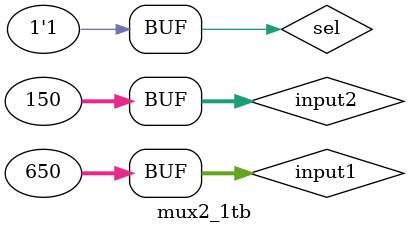
<source format=v>
module mux2_1tb;
reg[31:0] input1,input2;
reg sel;
wire [31:0] output1;
mux2_1 uu1(.input1(input1),.input2(input2),.sel(sel),.output1(output1));
   //$monitor("input1 %b input2 %b selectline %b output %b",input1, input2, sel, output1);
initial
begin
  $monitor("input1 %b input2 %b selectline %b output %b",input1, input2, sel, output1);
input1[31:0] =32'd650;
input2[31:0] =32'd150;
#50 sel=1'b0;
#50 sel=1'b1;
end
endmodule




</source>
